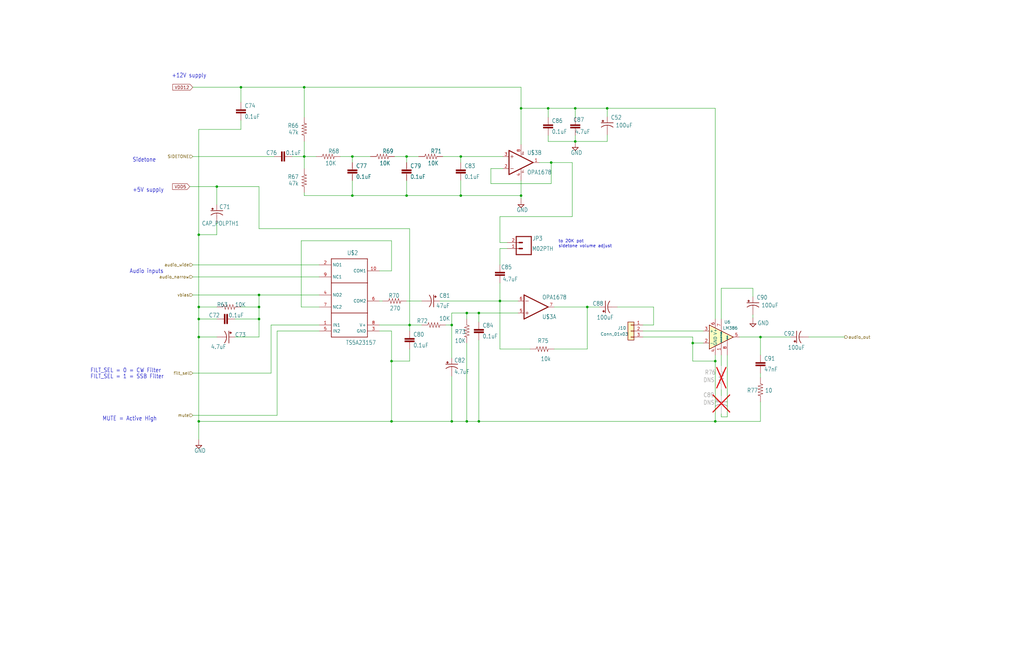
<source format=kicad_sch>
(kicad_sch (version 20230121) (generator eeschema)
  (paper "B")
  (lib_symbols
    (symbol "Amplifier_Audio:LM386" (pin_names (offset 0.127))
      (property "Reference" "U" (at 1.27 7.62 0))
      (property "Value" "LM386" (at 1.27 5.08 0))
      (symbol "LM386_0_1"
        (polyline (pts (xy 5.08 0) (xy -5.08 5.08) (xy -5.08 -5.08) (xy 5.08 0)) (stroke (width 0.254)) (fill (type background)))
      )
      (symbol "LM386_1_1"
        (pin input line (at 0 -7.62 90) (length 5.08) (name "GAIN") (number "1"))
        (pin input line (at -7.62 -2.54 0) (length 2.54) (name "-") (number "2"))
        (pin input line (at -7.62 2.54 0) (length 2.54) (name "+") (number "3"))
        (pin power_in line (at -2.54 -7.62 90) (length 3.81) (name "GND") (number "4"))
        (pin output line (at 7.62 0 180) (length 2.54) (name "~") (number "5"))
        (pin power_in line (at -2.54 7.62 270) (length 3.81) (name "V+") (number "6"))
        (pin input line (at 0 7.62 270) (length 5.08) (name "BYPASS") (number "7"))
        (pin input line (at 2.54 -7.62 90) (length 6.35) (name "GAIN") (number "8"))
      )
    )
    (symbol "Connector_Generic:Conn_01x03" (pin_names (offset 1.016) hide)
      (property "Reference" "J" (at 0 5.08 0))
      (property "Value" "Conn_01x03" (at 0 -5.08 0))
      (symbol "Conn_01x03_1_1"
        (rectangle (start -1.27 -2.413) (end 0 -2.667) (stroke (width 0.1524)))
        (rectangle (start -1.27 0.127) (end 0 -0.127) (stroke (width 0.1524)))
        (rectangle (start -1.27 2.667) (end 0 2.413) (stroke (width 0.1524)))
        (rectangle (start -1.27 3.81) (end 1.27 -3.81) (stroke (width 0.254)) (fill (type background)))
        (pin passive line (at -5.08 2.54 0) (length 3.81) (name "Pin_1") (number "1"))
        (pin passive line (at -5.08 0 0) (length 3.81) (name "Pin_2") (number "2"))
        (pin passive line (at -5.08 -2.54 0) (length 3.81) (name "Pin_3") (number "3"))
      )
    )
    (symbol "LM4562_1"
      (property "Reference" "U$602" (at 2.54 3.175 0))
      (property "Value" "OPA1678" (at 2.54 -5.08 0))
      (symbol "LM4562_1_1_0"
        (polyline (pts (xy -5.08 -5.08) (xy 5.08 0)) (stroke (width 0.4064)))
        (polyline (pts (xy -5.08 5.08) (xy -5.08 -5.08)) (stroke (width 0.4064)))
        (polyline (pts (xy -4.445 -2.54) (xy -3.175 -2.54)) (stroke (width 0.1524)))
        (polyline (pts (xy -4.445 2.54) (xy -3.175 2.54)) (stroke (width 0.1524)))
        (polyline (pts (xy -3.81 3.175) (xy -3.81 1.905)) (stroke (width 0.1524)))
        (polyline (pts (xy 5.08 0) (xy -5.08 5.08)) (stroke (width 0.4064)))
        (pin input line (at -7.62 2.54 0) (length 2.54) (name "+IN") (number "5"))
        (pin input line (at -7.62 -2.54 0) (length 2.54) (name "-IN") (number "6"))
        (pin output line (at 7.62 0 180) (length 2.54) (name "OUT") (number "7"))
      )
      (symbol "LM4562_1_2_0"
        (polyline (pts (xy -5.08 -5.08) (xy 5.08 0)) (stroke (width 0.4064)))
        (polyline (pts (xy -5.08 5.08) (xy -5.08 -5.08)) (stroke (width 0.4064)))
        (polyline (pts (xy -4.445 -2.54) (xy -3.175 -2.54)) (stroke (width 0.1524)))
        (polyline (pts (xy -4.445 2.54) (xy -3.175 2.54)) (stroke (width 0.1524)))
        (polyline (pts (xy -3.81 3.175) (xy -3.81 1.905)) (stroke (width 0.1524)))
        (polyline (pts (xy 5.08 0) (xy -5.08 5.08)) (stroke (width 0.4064)))
        (text "V+" (at 1.27 3.175 900) (effects (font (size 0.8128 0.6908)) (justify left bottom)))
        (text "V-" (at 1.27 -4.445 900) (effects (font (size 0.8128 0.6908)) (justify left bottom)))
        (pin output line (at 7.62 0 180) (length 2.54) (name "OUT") (number "1"))
        (pin input line (at -7.62 -2.54 0) (length 2.54) (name "-IN") (number "2"))
        (pin input line (at -7.62 2.54 0) (length 2.54) (name "+IN") (number "3"))
        (pin input line (at 0 -7.62 90) (length 5.08) (name "V-") (number "4"))
        (pin input line (at 0 7.62 270) (length 5.08) (name "V+") (number "8"))
      )
    )
    (symbol "audioModule2-eagle-import:CAP0603-CAP"
      (property "Reference" "C" (at 1.524 2.921 0))
      (property "Value" "CAP0603-CAP" (at 1.524 -2.159 0))
      (symbol "CAP0603-CAP_1_0"
        (rectangle (start -2.032 0.508) (end 2.032 1.016) (fill (type outline)))
        (rectangle (start -2.032 1.524) (end 2.032 2.032) (fill (type outline)))
        (polyline (pts (xy 0 0) (xy 0 0.508)) (stroke (width 0.1524)))
        (polyline (pts (xy 0 2.54) (xy 0 2.032)) (stroke (width 0.1524)))
        (pin passive line (at 0 5.08 270) (length 2.54) (name "1") (number "1"))
        (pin passive line (at 0 -2.54 90) (length 2.54) (name "2") (number "2"))
      )
    )
    (symbol "audioModule2-eagle-import:CAP_POLPTH1"
      (property "Reference" "C" (at 1.016 0.635 0))
      (property "Value" "CAP_POLPTH1" (at 1.016 -4.191 0))
      (symbol "CAP_POLPTH1_1_0"
        (rectangle (start -2.253 0.668) (end -1.364 0.795) (fill (type outline)))
        (rectangle (start -1.872 0.287) (end -1.745 1.176) (fill (type outline)))
        (arc (start 0 -1.0161) (mid -1.3021 -1.2302) (end -2.4669 -1.8504) (stroke (width 0.254)))
        (polyline (pts (xy -2.54 0) (xy 2.54 0)) (stroke (width 0.254)))
        (polyline (pts (xy 0 -1.016) (xy 0 -2.54)) (stroke (width 0.1524)))
        (arc (start 2.4892 -1.8542) (mid 1.3158 -1.2195) (end 0 -1) (stroke (width 0.254)))
        (pin passive line (at 0 2.54 270) (length 2.54) (name "+") (number "1"))
        (pin passive line (at 0 -5.08 90) (length 2.54) (name "-") (number "2"))
      )
    )
    (symbol "audioModule2-eagle-import:GND" (power)
      (property "Value" "GND" (at -1.905 -3.175 0))
      (symbol "GND_1_0"
        (polyline (pts (xy -1.27 0) (xy 1.27 0)) (stroke (width 0.254)))
        (polyline (pts (xy 0 -1.27) (xy -1.27 0)) (stroke (width 0.254)))
        (polyline (pts (xy 1.27 0) (xy 0 -1.27)) (stroke (width 0.254)))
        (pin power_in line (at 0 2.54 270) (length 2.54) (name "GND") (number "1"))
      )
    )
    (symbol "audioModule2-eagle-import:LM4562"
      (property "Reference" "U$602" (at 2.54 3.175 0))
      (property "Value" "OPA1678" (at 2.54 -5.08 0))
      (symbol "LM4562_1_0"
        (polyline (pts (xy -5.08 -5.08) (xy 5.08 0)) (stroke (width 0.4064)))
        (polyline (pts (xy -5.08 5.08) (xy -5.08 -5.08)) (stroke (width 0.4064)))
        (polyline (pts (xy -4.445 -2.54) (xy -3.175 -2.54)) (stroke (width 0.1524)))
        (polyline (pts (xy -4.445 2.54) (xy -3.175 2.54)) (stroke (width 0.1524)))
        (polyline (pts (xy -3.81 3.175) (xy -3.81 1.905)) (stroke (width 0.1524)))
        (polyline (pts (xy 5.08 0) (xy -5.08 5.08)) (stroke (width 0.4064)))
        (pin input line (at -7.62 2.54 0) (length 2.54) (name "+IN") (number "5"))
        (pin input line (at -7.62 -2.54 0) (length 2.54) (name "-IN") (number "6"))
        (pin output line (at 7.62 0 180) (length 2.54) (name "OUT") (number "7"))
      )
      (symbol "LM4562_2_0"
        (polyline (pts (xy -5.08 -5.08) (xy 5.08 0)) (stroke (width 0.4064)))
        (polyline (pts (xy -5.08 5.08) (xy -5.08 -5.08)) (stroke (width 0.4064)))
        (polyline (pts (xy -4.445 -2.54) (xy -3.175 -2.54)) (stroke (width 0.1524)))
        (polyline (pts (xy -4.445 2.54) (xy -3.175 2.54)) (stroke (width 0.1524)))
        (polyline (pts (xy -3.81 3.175) (xy -3.81 1.905)) (stroke (width 0.1524)))
        (polyline (pts (xy 5.08 0) (xy -5.08 5.08)) (stroke (width 0.4064)))
        (text "V+" (at 1.27 3.175 900) (effects (font (size 0.8128 0.6908)) (justify left bottom)))
        (text "V-" (at 1.27 -4.445 900) (effects (font (size 0.8128 0.6908)) (justify left bottom)))
        (pin output line (at 7.62 0 180) (length 2.54) (name "OUT") (number "1"))
        (pin input line (at -7.62 -2.54 0) (length 2.54) (name "-IN") (number "2"))
        (pin input line (at -7.62 2.54 0) (length 2.54) (name "+IN") (number "3"))
        (pin input line (at 0 -7.62 90) (length 5.08) (name "V-") (number "4"))
        (pin input line (at 0 7.62 270) (length 5.08) (name "V+") (number "8"))
      )
    )
    (symbol "audioModule2-eagle-import:RESISTOR0603-RES"
      (property "Reference" "R" (at -3.81 1.4986 0))
      (property "Value" "RESISTOR0603-RES" (at -3.81 -3.302 0))
      (symbol "RESISTOR0603-RES_1_0"
        (polyline (pts (xy -2.54 0) (xy -2.159 1.016)) (stroke (width 0.1524)))
        (polyline (pts (xy -2.159 1.016) (xy -1.524 -1.016)) (stroke (width 0.1524)))
        (polyline (pts (xy -1.524 -1.016) (xy -0.889 1.016)) (stroke (width 0.1524)))
        (polyline (pts (xy -0.889 1.016) (xy -0.254 -1.016)) (stroke (width 0.1524)))
        (polyline (pts (xy -0.254 -1.016) (xy 0.381 1.016)) (stroke (width 0.1524)))
        (polyline (pts (xy 0.381 1.016) (xy 1.016 -1.016)) (stroke (width 0.1524)))
        (polyline (pts (xy 1.016 -1.016) (xy 1.651 1.016)) (stroke (width 0.1524)))
        (polyline (pts (xy 1.651 1.016) (xy 2.286 -1.016)) (stroke (width 0.1524)))
        (polyline (pts (xy 2.286 -1.016) (xy 2.54 0)) (stroke (width 0.1524)))
        (pin passive line (at -5.08 0 0) (length 2.54) (name "1") (number "1"))
        (pin passive line (at 5.08 0 180) (length 2.54) (name "2") (number "2"))
      )
    )
    (symbol "audioModule2-eagle-import:TS5A23157"
      (property "Reference" "U$2" (at 6.604 34.544 0))
      (property "Value" "TS5A23157" (at 6.096 -3.302 0))
      (symbol "TS5A23157_1_0"
        (polyline (pts (xy 0 0) (xy 15.24 0)) (stroke (width 0.254)))
        (polyline (pts (xy 0 10.16) (xy 0 0)) (stroke (width 0.254)))
        (polyline (pts (xy 0 10.16) (xy 15.24 10.16)) (stroke (width 0.254)))
        (polyline (pts (xy 0 22.86) (xy 0 10.16)) (stroke (width 0.254)))
        (polyline (pts (xy 0 22.86) (xy 15.24 22.86)) (stroke (width 0.254)))
        (polyline (pts (xy 0 33.02) (xy 0 22.86)) (stroke (width 0.254)))
        (polyline (pts (xy 15.24 0) (xy 15.24 10.16)) (stroke (width 0.254)))
        (polyline (pts (xy 15.24 10.16) (xy 15.24 22.86)) (stroke (width 0.254)))
        (polyline (pts (xy 15.24 22.86) (xy 15.24 33.02)) (stroke (width 0.254)))
        (polyline (pts (xy 15.24 33.02) (xy 0 33.02)) (stroke (width 0.254)))
        (pin input line (at -5.08 5.08 0) (length 5.08) (name "IN1") (number "1"))
        (pin bidirectional line (at 20.32 27.94 180) (length 5.08) (name "COM1") (number "10"))
        (pin bidirectional line (at -5.08 30.48 0) (length 5.08) (name "NO1") (number "2"))
        (pin power_in line (at 20.32 2.54 180) (length 5.08) (name "GND") (number "3"))
        (pin bidirectional line (at -5.08 17.78 0) (length 5.08) (name "NO2") (number "4"))
        (pin input line (at -5.08 2.54 0) (length 5.08) (name "IN2") (number "5"))
        (pin bidirectional line (at 20.32 15.24 180) (length 5.08) (name "COM2") (number "6"))
        (pin bidirectional line (at -5.08 12.7 0) (length 5.08) (name "NC2") (number "7"))
        (pin power_in line (at 20.32 5.08 180) (length 5.08) (name "V+") (number "8"))
        (pin bidirectional line (at -5.08 25.4 0) (length 5.08) (name "NC1") (number "9"))
      )
    )
    (symbol "powerAmp_RevB-eagle-import:M02PTH"
      (property "Reference" "JP" (at -2.54 5.842 0))
      (property "Value" "M02PTH" (at -2.54 -5.08 0))
      (symbol "M02PTH_1_0"
        (polyline (pts (xy -2.54 5.08) (xy -2.54 -2.54)) (stroke (width 0.4064)))
        (polyline (pts (xy -2.54 5.08) (xy 3.81 5.08)) (stroke (width 0.4064)))
        (polyline (pts (xy 1.27 0) (xy 2.54 0)) (stroke (width 0.6096)))
        (polyline (pts (xy 1.27 2.54) (xy 2.54 2.54)) (stroke (width 0.6096)))
        (polyline (pts (xy 3.81 -2.54) (xy -2.54 -2.54)) (stroke (width 0.4064)))
        (polyline (pts (xy 3.81 -2.54) (xy 3.81 5.08)) (stroke (width 0.4064)))
        (pin passive line (at 7.62 0 180) (length 5.08) (name "1") (number "1"))
        (pin passive line (at 7.62 2.54 180) (length 5.08) (name "2") (number "2"))
      )
    )
  )
  (junction (at 190.5 137.16))
  (junction (at 171.45 82.55))
  (junction (at 301.625 177.8))
  (junction (at 165.1 177.8))
  (junction (at 219.71 45.72))
  (junction (at 83.82 177.8))
  (junction (at 83.82 134.62))
  (junction (at 171.45 66.04))
  (junction (at 210.82 127))
  (junction (at 201.93 132.08))
  (junction (at 292.1 144.78))
  (junction (at 172.72 137.16))
  (junction (at 231.14 45.72))
  (junction (at 109.22 124.46))
  (junction (at 196.85 177.8))
  (junction (at 247.65 129.54))
  (junction (at 83.82 129.54))
  (junction (at 242.57 59.69))
  (junction (at 242.57 45.72))
  (junction (at 128.27 66.04))
  (junction (at 190.5 177.8))
  (junction (at 194.31 82.55))
  (junction (at 320.675 142.24))
  (junction (at 83.82 142.24))
  (junction (at 91.44 78.74))
  (junction (at 148.59 66.04))
  (junction (at 232.41 68.58))
  (junction (at 109.22 134.62))
  (junction (at 109.22 129.54))
  (junction (at 194.31 66.04))
  (junction (at 165.1 152.4))
  (junction (at 101.6 36.83))
  (junction (at 256.032 45.72))
  (junction (at 301.625 152.4))
  (junction (at 219.71 82.55))
  (junction (at 196.85 132.08))
  (junction (at 148.59 82.55))
  (junction (at 201.93 177.8))
  (junction (at 128.27 36.83))
  (junction (at 83.82 99.06))
  (wire (pts (xy 275.59 129.54) (xy 275.59 137.16)))
  (wire (pts (xy 81.28 111.76) (xy 134.62 111.76)))
  (wire (pts (xy 81.28 124.46) (xy 109.22 124.46)))
  (wire (pts (xy 83.82 134.62) (xy 83.82 142.24)))
  (wire (pts (xy 116.84 139.7) (xy 134.62 139.7)))
  (wire (pts (xy 231.14 45.72) (xy 219.71 45.72)))
  (wire (pts (xy 114.3 157.48) (xy 114.3 137.16)))
  (wire (pts (xy 81.28 157.48) (xy 114.3 157.48)))
  (wire (pts (xy 80.01 78.74) (xy 91.44 78.74)))
  (wire (pts (xy 233.68 129.54) (xy 247.65 129.54)))
  (wire (pts (xy 256.032 59.69) (xy 242.57 59.69)))
  (wire (pts (xy 275.59 137.16) (xy 271.145 137.16)))
  (wire (pts (xy 114.3 137.16) (xy 134.62 137.16)))
  (wire (pts (xy 185.42 127) (xy 210.82 127)))
  (wire (pts (xy 116.84 139.7) (xy 116.84 175.26)))
  (wire (pts (xy 190.5 137.16) (xy 190.5 132.08)))
  (wire (pts (xy 83.82 129.54) (xy 83.82 134.62)))
  (wire (pts (xy 260.35 129.54) (xy 275.59 129.54)))
  (wire (pts (xy 148.59 76.2) (xy 148.59 82.55)))
  (wire (pts (xy 190.5 158.75) (xy 190.5 177.8)))
  (wire (pts (xy 109.22 96.52) (xy 172.72 96.52)))
  (wire (pts (xy 148.59 66.04) (xy 148.59 68.58)))
  (wire (pts (xy 317.5 125.222) (xy 317.5 121.666)))
  (wire (pts (xy 187.96 137.16) (xy 190.5 137.16)))
  (wire (pts (xy 128.27 66.04) (xy 128.27 71.12)))
  (wire (pts (xy 196.85 132.08) (xy 201.93 132.08)))
  (wire (pts (xy 83.82 99.06) (xy 83.82 129.54)))
  (wire (pts (xy 190.5 177.8) (xy 196.85 177.8)))
  (wire (pts (xy 233.68 147.32) (xy 247.65 147.32)))
  (wire (pts (xy 91.44 86.36) (xy 91.44 78.74)))
  (wire (pts (xy 160.02 139.7) (xy 165.1 139.7)))
  (wire (pts (xy 242.57 45.72) (xy 231.14 45.72)))
  (wire (pts (xy 304.165 149.86) (xy 304.165 154.305)))
  (wire (pts (xy 301.625 149.86) (xy 301.625 152.4)))
  (wire (pts (xy 219.71 45.72) (xy 219.71 36.83)))
  (wire (pts (xy 128.27 36.83) (xy 219.71 36.83)))
  (wire (pts (xy 172.72 152.4) (xy 165.1 152.4)))
  (wire (pts (xy 83.82 142.24) (xy 91.44 142.24)))
  (wire (pts (xy 256.032 56.896) (xy 256.032 59.69)))
  (wire (pts (xy 210.82 102.362) (xy 213.868 102.362)))
  (wire (pts (xy 231.14 57.15) (xy 231.14 59.69)))
  (wire (pts (xy 165.1 152.4) (xy 165.1 177.8)))
  (wire (pts (xy 172.72 137.16) (xy 177.8 137.16)))
  (wire (pts (xy 128.27 81.28) (xy 128.27 82.55)))
  (wire (pts (xy 301.625 152.4) (xy 301.625 177.8)))
  (wire (pts (xy 210.82 91.44) (xy 210.82 102.362)))
  (wire (pts (xy 301.625 45.72) (xy 256.032 45.72)))
  (wire (pts (xy 91.44 78.74) (xy 109.22 78.74)))
  (wire (pts (xy 194.31 66.04) (xy 212.09 66.04)))
  (wire (pts (xy 127 129.54) (xy 134.62 129.54)))
  (wire (pts (xy 247.65 129.54) (xy 252.73 129.54)))
  (wire (pts (xy 210.82 91.44) (xy 241.3 91.44)))
  (wire (pts (xy 304.165 175.895) (xy 306.705 175.895)))
  (wire (pts (xy 134.62 124.46) (xy 109.22 124.46)))
  (wire (pts (xy 165.1 177.8) (xy 190.5 177.8)))
  (wire (pts (xy 128.27 66.04) (xy 133.35 66.04)))
  (wire (pts (xy 101.6 43.18) (xy 101.6 36.83)))
  (wire (pts (xy 123.19 66.04) (xy 128.27 66.04)))
  (wire (pts (xy 172.72 139.7) (xy 172.72 137.16)))
  (wire (pts (xy 196.85 177.8) (xy 201.93 177.8)))
  (wire (pts (xy 128.27 59.69) (xy 128.27 66.04)))
  (wire (pts (xy 304.165 121.666) (xy 317.5 121.666)))
  (wire (pts (xy 81.28 36.83) (xy 101.6 36.83)))
  (wire (pts (xy 301.625 134.62) (xy 301.625 45.72)))
  (wire (pts (xy 194.31 66.04) (xy 194.31 68.58)))
  (wire (pts (xy 292.1 142.24) (xy 292.1 144.78)))
  (wire (pts (xy 101.6 54.61) (xy 83.82 54.61)))
  (wire (pts (xy 196.85 132.08) (xy 196.85 134.62)))
  (wire (pts (xy 271.145 142.24) (xy 292.1 142.24)))
  (wire (pts (xy 311.785 142.24) (xy 320.675 142.24)))
  (wire (pts (xy 165.1 114.3) (xy 165.1 101.6)))
  (wire (pts (xy 212.09 71.12) (xy 207.01 71.12)))
  (wire (pts (xy 109.22 134.62) (xy 109.22 142.24)))
  (wire (pts (xy 219.71 76.2) (xy 219.71 82.55)))
  (wire (pts (xy 81.28 66.04) (xy 115.57 66.04)))
  (wire (pts (xy 165.1 139.7) (xy 165.1 152.4)))
  (wire (pts (xy 223.52 147.32) (xy 210.82 147.32)))
  (wire (pts (xy 247.65 129.54) (xy 247.65 147.32)))
  (wire (pts (xy 109.22 78.74) (xy 109.22 96.52)))
  (wire (pts (xy 171.45 127) (xy 177.8 127)))
  (wire (pts (xy 296.545 144.78) (xy 292.1 144.78)))
  (wire (pts (xy 148.59 66.04) (xy 156.21 66.04)))
  (wire (pts (xy 304.165 174.625) (xy 304.165 175.895)))
  (wire (pts (xy 160.02 114.3) (xy 165.1 114.3)))
  (wire (pts (xy 201.93 132.08) (xy 201.93 135.89)))
  (wire (pts (xy 171.45 66.04) (xy 171.45 68.58)))
  (wire (pts (xy 241.3 91.44) (xy 241.3 68.58)))
  (wire (pts (xy 171.45 76.2) (xy 171.45 82.55)))
  (wire (pts (xy 148.59 82.55) (xy 171.45 82.55)))
  (wire (pts (xy 194.31 82.55) (xy 219.71 82.55)))
  (wire (pts (xy 320.675 142.24) (xy 320.675 149.86)))
  (wire (pts (xy 81.28 116.84) (xy 134.62 116.84)))
  (wire (pts (xy 91.44 129.54) (xy 83.82 129.54)))
  (wire (pts (xy 81.28 175.26) (xy 116.84 175.26)))
  (wire (pts (xy 207.01 77.47) (xy 232.41 77.47)))
  (wire (pts (xy 91.44 134.62) (xy 83.82 134.62)))
  (wire (pts (xy 232.41 77.47) (xy 232.41 68.58)))
  (wire (pts (xy 109.22 129.54) (xy 109.22 124.46)))
  (wire (pts (xy 172.72 137.16) (xy 160.02 137.16)))
  (wire (pts (xy 190.5 132.08) (xy 196.85 132.08)))
  (wire (pts (xy 320.675 177.8) (xy 301.625 177.8)))
  (wire (pts (xy 190.5 151.13) (xy 190.5 137.16)))
  (wire (pts (xy 101.6 36.83) (xy 128.27 36.83)))
  (wire (pts (xy 101.6 129.54) (xy 109.22 129.54)))
  (wire (pts (xy 186.69 66.04) (xy 194.31 66.04)))
  (wire (pts (xy 231.14 59.69) (xy 242.57 59.69)))
  (wire (pts (xy 83.82 142.24) (xy 83.82 177.8)))
  (wire (pts (xy 242.57 49.53) (xy 242.57 45.72)))
  (wire (pts (xy 317.5 132.842) (xy 317.5 134.112)))
  (wire (pts (xy 165.1 101.6) (xy 127 101.6)))
  (wire (pts (xy 210.82 127) (xy 218.44 127)))
  (wire (pts (xy 241.3 68.58) (xy 232.41 68.58)))
  (wire (pts (xy 210.82 127) (xy 210.82 147.32)))
  (wire (pts (xy 201.93 177.8) (xy 301.625 177.8)))
  (wire (pts (xy 219.71 82.55) (xy 219.71 83.82)))
  (wire (pts (xy 109.22 134.62) (xy 109.22 129.54)))
  (wire (pts (xy 128.27 36.83) (xy 128.27 49.53)))
  (wire (pts (xy 128.27 82.55) (xy 148.59 82.55)))
  (wire (pts (xy 232.41 68.58) (xy 227.33 68.58)))
  (wire (pts (xy 143.51 66.04) (xy 148.59 66.04)))
  (wire (pts (xy 91.44 93.98) (xy 91.44 99.06)))
  (wire (pts (xy 83.82 177.8) (xy 83.82 185.42)))
  (wire (pts (xy 166.37 66.04) (xy 171.45 66.04)))
  (wire (pts (xy 196.85 144.78) (xy 196.85 177.8)))
  (wire (pts (xy 99.06 134.62) (xy 109.22 134.62)))
  (wire (pts (xy 256.032 45.72) (xy 256.032 49.276)))
  (wire (pts (xy 219.71 60.96) (xy 219.71 45.72)))
  (wire (pts (xy 304.165 121.666) (xy 304.165 134.62)))
  (wire (pts (xy 306.705 175.895) (xy 306.705 149.86)))
  (wire (pts (xy 292.1 144.78) (xy 292.1 152.4)))
  (wire (pts (xy 83.82 177.8) (xy 165.1 177.8)))
  (wire (pts (xy 127 101.6) (xy 127 129.54)))
  (wire (pts (xy 99.06 142.24) (xy 109.22 142.24)))
  (wire (pts (xy 210.82 119.38) (xy 210.82 127)))
  (wire (pts (xy 171.45 66.04) (xy 176.53 66.04)))
  (wire (pts (xy 210.82 104.902) (xy 210.82 111.76)))
  (wire (pts (xy 292.1 152.4) (xy 301.625 152.4)))
  (wire (pts (xy 207.01 71.12) (xy 207.01 77.47)))
  (wire (pts (xy 201.93 132.08) (xy 218.44 132.08)))
  (wire (pts (xy 210.82 104.902) (xy 213.868 104.902)))
  (wire (pts (xy 171.45 82.55) (xy 194.31 82.55)))
  (wire (pts (xy 160.02 127) (xy 161.29 127)))
  (wire (pts (xy 340.995 142.24) (xy 356.235 142.24)))
  (wire (pts (xy 201.93 143.51) (xy 201.93 177.8)))
  (wire (pts (xy 320.675 157.48) (xy 320.675 159.385)))
  (wire (pts (xy 320.675 169.545) (xy 320.675 177.8)))
  (wire (pts (xy 194.31 76.2) (xy 194.31 82.55)))
  (wire (pts (xy 304.165 164.465) (xy 304.165 167.005)))
  (wire (pts (xy 172.72 147.32) (xy 172.72 152.4)))
  (wire (pts (xy 320.675 142.24) (xy 333.375 142.24)))
  (wire (pts (xy 242.57 57.15) (xy 242.57 59.69)))
  (wire (pts (xy 256.032 45.72) (xy 242.57 45.72)))
  (wire (pts (xy 101.6 50.8) (xy 101.6 54.61)))
  (wire (pts (xy 83.82 54.61) (xy 83.82 99.06)))
  (wire (pts (xy 231.14 49.53) (xy 231.14 45.72)))
  (wire (pts (xy 172.72 96.52) (xy 172.72 137.16)))
  (wire (pts (xy 271.145 139.7) (xy 296.545 139.7)))
  (wire (pts (xy 91.44 99.06) (xy 83.82 99.06)))
  (text "Sidetone" (at 55.88 68.58 0) (effects (font (size 1.778 1.5113)) (justify left bottom)))
  (text "+5V supply" (at 55.88 81.28 0) (effects (font (size 1.778 1.5113)) (justify left bottom)))
  (text "to 20K pot\nsidetone volume adjust" (at 235.458 104.648 0) (effects (font (size 1.27 1.27)) (justify left bottom)))
  (text "Audio inputs" (at 54.61 115.57 0) (effects (font (size 1.778 1.5113)) (justify left bottom)))
  (text "MUTE = Active High" (at 43.18 177.8 0) (effects (font (size 1.778 1.5113)) (justify left bottom)))
  (text "FILT_SEL = 0 = CW Filter" (at 38.1 157.48 0) (effects (font (size 1.778 1.5113)) (justify left bottom)))
  (text "+12V supply" (at 72.39 33.02 0) (effects (font (size 1.778 1.5113)) (justify left bottom)))
  (text "FILT_SEL = 1 = SSB Filter" (at 38.1 160.02 0) (effects (font (size 1.778 1.5113)) (justify left bottom)))
  (global_label "VDD12" (shape input) (at 81.28 36.83 180) (property "Intersheetrefs" "${INTERSHEET_REFS}" (at 72.7887 36.83 0) (effects (justify right))))
  (global_label "VDD5" (shape input) (at 80.01 78.74 180) (property "Intersheetrefs" "${INTERSHEET_REFS}" (at 72.5076 78.74 0) (effects (justify right))))
  (hierarchical_label "audio_narrow" (shape input) (at 81.28 116.84 180))
  (hierarchical_label "vbias" (shape input) (at 81.28 124.46 180))
  (hierarchical_label "SIDETONE" (shape input) (at 81.28 66.04 180))
  (hierarchical_label "audio_wide" (shape input) (at 81.28 111.76 180))
  (hierarchical_label "mute" (shape input) (at 81.28 175.26 180))
  (hierarchical_label "audio_out" (shape output) (at 356.235 142.24 0))
  (hierarchical_label "filt_sel" (shape input) (at 81.28 157.48 180))
  (symbol (lib_id "audioModule2-eagle-import:CAP_POLPTH1") (at 96.52 142.24 270) (unit 1)
    (property "Reference" "C73" (at 99.06 142.24 90) (effects (font (size 1.778 1.5113)) (justify left bottom)))
    (property "Value" "4.7uF" (at 88.9 147.32 90) (effects (font (size 1.778 1.5113)) (justify left bottom)))
    (property "Footprint" "Capacitor_THT:CP_Radial_D6.3mm_P2.50mm" (effects hide))
    (instances (project "fieldRadio_1.2" (path "" (reference "C73") (unit 1))) (project "" (path "" (reference "C3") (unit 1))))
  )
  (symbol (lib_id "audioModule2-eagle-import:RESISTOR0603-RES") (at 161.29 66.04 0) (unit 1)
    (property "Reference" "R69" (at 161.29 64.77 0) (effects (font (size 1.778 1.5113)) (justify left bottom)))
    (property "Value" "10K" (at 160.02 69.85 0) (effects (font (size 1.778 1.5113)) (justify left bottom)))
    (property "Footprint" "Resistor_SMD:R_0603_1608Metric_Pad0.98x0.95mm_HandSolder" (effects hide))
    (instances (project "fieldRadio_1.2" (path "" (reference "R69") (unit 1))) (project "" (path "" (reference "R9") (unit 1))))
  )
  (symbol (lib_id "audioModule2-eagle-import:CAP0603-CAP") (at 101.6 45.72 180) (unit 1)
    (property "Reference" "C74" (at 103.124 45.593 0) (effects (font (size 1.778 1.5113)) (justify right top)))
    (property "Value" "0.1uF" (at 103.124 50.165 0) (effects (font (size 1.778 1.5113)) (justify right top)))
    (property "Footprint" "Capacitor_SMD:C_0603_1608Metric_Pad1.08x0.95mm_HandSolder" (effects hide))
    (instances (project "fieldRadio_1.2" (path "" (reference "C74") (unit 1))) (project "" (path "" (reference "C4") (unit 1))))
  )
  (symbol (lib_id "audioModule2-eagle-import:CAP0603-CAP") (at 231.14 52.07 180) (unit 1)
    (property "Reference" "C86" (at 232.664 51.943 0) (effects (font (size 1.778 1.5113)) (justify right top)))
    (property "Value" "0.1uF" (at 232.664 56.515 0) (effects (font (size 1.778 1.5113)) (justify right top)))
    (property "Footprint" "Capacitor_SMD:C_0603_1608Metric_Pad1.08x0.95mm_HandSolder" (effects hide))
    (instances (project "fieldRadio_1.2" (path "" (reference "C86") (unit 1))) (project "" (path "" (reference "C18") (unit 1))))
  )
  (symbol (lib_id "audioModule2-eagle-import:GND") (at 219.71 86.36 0) (unit 1)
    (property "Reference" "#SUPPLY013" (effects hide))
    (property "Value" "GND" (at 217.805 89.535 0) (effects (font (size 1.778 1.5113)) (justify left bottom)))
    (property "Footprint" "audioModule2:" (effects hide))
    (instances (project "fieldRadio_1.2" (path "" (reference "#SUPPLY013") (unit 1))) (project "" (path "" (reference "#SUPPLY03") (unit 1))))
  )
  (symbol (lib_id "audioModule2-eagle-import:RESISTOR0603-RES") (at 181.61 66.04 0) (unit 1)
    (property "Reference" "R71" (at 181.61 64.77 0) (effects (font (size 1.778 1.5113)) (justify left bottom)))
    (property "Value" "10K" (at 180.34 69.85 0) (effects (font (size 1.778 1.5113)) (justify left bottom)))
    (property "Footprint" "Resistor_SMD:R_0603_1608Metric_Pad0.98x0.95mm_HandSolder" (effects hide))
    (instances (project "fieldRadio_1.2" (path "" (reference "R71") (unit 1))) (project "" (path "" (reference "R11") (unit 1))))
  )
  (symbol (lib_id "powerAmp_RevB-eagle-import:M02PTH") (at 221.488 104.902 0) (mirror y) (unit 1)
    (property "Reference" "JP3" (at 228.854 101.6 0) (effects (font (size 1.778 1.5113)) (justify left bottom)))
    (property "Value" "M02PTH" (at 233.426 105.918 0) (effects (font (size 1.778 1.5113)) (justify left bottom)))
    (property "Footprint" "Connector_PinHeader_2.54mm:PinHeader_1x02_P2.54mm_Vertical" (effects hide))
  )
  (symbol (lib_id "Amplifier_Audio:LM386") (at 304.165 142.24 0) (unit 1)
    (property "Reference" "U6" (at 306.705 135.89 0))
    (property "Value" "LM386" (at 307.975 138.43 0))
    (property "Footprint" "Package_DIP:DIP-8_W10.16mm_LongPads" (effects hide))
    (property "Datasheet" "http://www.ti.com/lit/ds/symlink/lm386.pdf" (effects hide))
  )
  (symbol (lib_id "audioModule2-eagle-import:CAP_POLPTH1") (at 182.88 127 270) (unit 1)
    (property "Reference" "C81" (at 185.166 125.73 90) (effects (font (size 1.778 1.5113)) (justify left bottom)))
    (property "Value" "47uF" (at 183.896 130.048 90) (effects (font (size 1.778 1.5113)) (justify left bottom)))
    (property "Footprint" "Capacitor_THT:CP_Radial_D6.3mm_P2.50mm" (effects hide))
    (instances (project "fieldRadio_1.2" (path "" (reference "C81") (unit 1))) (project "" (path "" (reference "C8") (unit 1))))
  )
  (symbol (lib_id "audioModule2-eagle-import:GND") (at 242.57 62.23 0) (unit 1)
    (property "Reference" "#SUPPLY014" (effects hide))
    (property "Value" "GND" (at 240.665 65.405 0) (effects (font (size 1.778 1.5113)) (justify left bottom)))
    (property "Footprint" "audioModule2:" (effects hide))
    (instances (project "fieldRadio_1.2" (path "" (reference "#SUPPLY014") (unit 1))) (project "" (path "" (reference "#SUPPLY05") (unit 1))))
  )
  (symbol (lib_id "audioModule2-eagle-import:RESISTOR0603-RES") (at 304.165 159.385 270) (unit 1) (dnp yes)
    (property "Reference" "R76" (at 297.18 158.115 90) (effects (font (size 1.778 1.5113)) (justify left bottom)))
    (property "Value" "DNS" (at 296.545 161.29 90) (effects (font (size 1.778 1.5113)) (justify left bottom)))
    (property "Footprint" "Resistor_SMD:R_0603_1608Metric_Pad0.98x0.95mm_HandSolder" (effects hide))
  )
  (symbol (lib_id "audioModule2-eagle-import:CAP0603-CAP") (at 118.11 66.04 270) (unit 1)
    (property "Reference" "C76" (at 116.84 63.5 90) (effects (font (size 1.778 1.5113)) (justify right top)))
    (property "Value" "0.1uF" (at 127 63.5 90) (effects (font (size 1.778 1.5113)) (justify right top)))
    (property "Footprint" "Capacitor_SMD:C_0603_1608Metric_Pad1.08x0.95mm_HandSolder" (effects hide))
    (instances (project "fieldRadio_1.2" (path "" (reference "C76") (unit 1))) (project "" (path "" (reference "C6") (unit 1))))
  )
  (symbol (lib_name "LM4562_1") (lib_id "audioModule2-eagle-import:LM4562") (at 219.71 68.58 0) (unit 2)
    (property "Reference" "U$3" (at 222.25 65.405 0) (effects (font (size 1.778 1.5113)) (justify left bottom)))
    (property "Value" "OPA1678" (at 222.25 73.66 0) (effects (font (size 1.778 1.5113)) (justify left bottom)))
    (property "Footprint" "Package_SO:SOIC-8_3.9x4.9mm_P1.27mm" (effects hide))
    (instances (project "fieldRadio_1.2" (path "" (reference "U$3") (unit 2))) (project "" (path "" (reference "U$2") (unit 2))))
  )
  (symbol (lib_id "audioModule2-eagle-import:RESISTOR0603-RES") (at 182.88 137.16 0) (unit 1)
    (property "Reference" "R72" (at 175.768 136.398 0) (effects (font (size 1.778 1.5113)) (justify left bottom)))
    (property "Value" "10K" (at 185.166 135.382 0) (effects (font (size 1.778 1.5113)) (justify left bottom)))
    (property "Footprint" "Resistor_SMD:R_0603_1608Metric_Pad0.98x0.95mm_HandSolder" (effects hide))
    (instances (project "fieldRadio_1.2" (path "" (reference "R72") (unit 1))) (project "" (path "" (reference "R12") (unit 1))))
  )
  (symbol (lib_id "audioModule2-eagle-import:CAP0603-CAP") (at 194.31 71.12 180) (unit 1)
    (property "Reference" "C83" (at 195.834 70.993 0) (effects (font (size 1.778 1.5113)) (justify right top)))
    (property "Value" "0.1uF" (at 195.834 75.565 0) (effects (font (size 1.778 1.5113)) (justify right top)))
    (property "Footprint" "Capacitor_SMD:C_0603_1608Metric_Pad1.08x0.95mm_HandSolder" (effects hide))
    (instances (project "fieldRadio_1.2" (path "" (reference "C83") (unit 1))) (project "" (path "" (reference "C13") (unit 1))))
  )
  (symbol (lib_id "audioModule2-eagle-import:CAP_POLPTH1") (at 304.165 169.545 0) (unit 1) (dnp yes)
    (property "Reference" "C89" (at 296.545 167.64 0) (effects (font (size 1.778 1.5113)) (justify left bottom)))
    (property "Value" "DNS" (at 296.545 170.815 0) (effects (font (size 1.778 1.5113)) (justify left bottom)))
    (property "Footprint" "Capacitor_THT:CP_Radial_D6.3mm_P2.50mm" (effects hide))
  )
  (symbol (lib_id "audioModule2-eagle-import:RESISTOR0603-RES") (at 320.675 164.465 270) (unit 1)
    (property "Reference" "R77" (at 314.96 165.735 90) (effects (font (size 1.778 1.5113)) (justify left bottom)))
    (property "Value" "10" (at 322.58 165.735 90) (effects (font (size 1.778 1.5113)) (justify left bottom)))
    (property "Footprint" "Resistor_SMD:R_0603_1608Metric_Pad0.98x0.95mm_HandSolder" (effects hide))
  )
  (symbol (lib_id "audioModule2-eagle-import:CAP0603-CAP") (at 172.72 142.24 180) (unit 1)
    (property "Reference" "C80" (at 174.244 142.113 0) (effects (font (size 1.778 1.5113)) (justify right top)))
    (property "Value" "0.1uF" (at 174.244 146.685 0) (effects (font (size 1.778 1.5113)) (justify right top)))
    (property "Footprint" "Capacitor_SMD:C_0603_1608Metric_Pad1.08x0.95mm_HandSolder" (effects hide))
    (instances (project "fieldRadio_1.2" (path "" (reference "C80") (unit 1))) (project "" (path "" (reference "C11") (unit 1))))
  )
  (symbol (lib_id "audioModule2-eagle-import:CAP0603-CAP") (at 148.59 71.12 180) (unit 1)
    (property "Reference" "C77" (at 150.114 70.993 0) (effects (font (size 1.778 1.5113)) (justify right top)))
    (property "Value" "0.1uF" (at 150.114 75.565 0) (effects (font (size 1.778 1.5113)) (justify right top)))
    (property "Footprint" "Capacitor_SMD:C_0603_1608Metric_Pad1.08x0.95mm_HandSolder" (effects hide))
    (instances (project "fieldRadio_1.2" (path "" (reference "C77") (unit 1))) (project "" (path "" (reference "C7") (unit 1))))
  )
  (symbol (lib_id "audioModule2-eagle-import:CAP_POLPTH1") (at 317.5 127.762 0) (unit 1)
    (property "Reference" "C90" (at 319.024 126.492 0) (effects (font (size 1.778 1.5113)) (justify left bottom)))
    (property "Value" "100uF" (at 321.056 129.794 0) (effects (font (size 1.778 1.5113)) (justify left bottom)))
    (property "Footprint" "Capacitor_THT:CP_Radial_D6.3mm_P2.50mm" (effects hide))
  )
  (symbol (lib_id "audioModule2-eagle-import:RESISTOR0603-RES") (at 138.43 66.04 0) (unit 1)
    (property "Reference" "R68" (at 138.43 64.77 0) (effects (font (size 1.778 1.5113)) (justify left bottom)))
    (property "Value" "10K" (at 137.16 69.85 0) (effects (font (size 1.778 1.5113)) (justify left bottom)))
    (property "Footprint" "Resistor_SMD:R_0603_1608Metric_Pad0.98x0.95mm_HandSolder" (effects hide))
    (instances (project "fieldRadio_1.2" (path "" (reference "R68") (unit 1))) (project "" (path "" (reference "R7") (unit 1))))
  )
  (symbol (lib_id "audioModule2-eagle-import:RESISTOR0603-RES") (at 166.37 127 0) (unit 1)
    (property "Reference" "R70" (at 163.83 125.73 0) (effects (font (size 1.778 1.5113)) (justify left bottom)))
    (property "Value" "270" (at 164.338 131.064 0) (effects (font (size 1.778 1.5113)) (justify left bottom)))
    (property "Footprint" "Resistor_SMD:R_0603_1608Metric_Pad0.98x0.95mm_HandSolder" (effects hide))
    (instances (project "fieldRadio_1.2" (path "" (reference "R70") (unit 1))) (project "" (path "" (reference "R10") (unit 1))))
  )
  (symbol (lib_id "audioModule2-eagle-import:LM4562") (at 226.06 129.54 0) (mirror x) (unit 1)
    (property "Reference" "U$3" (at 228.6 132.715 0) (effects (font (size 1.778 1.5113)) (justify left bottom)))
    (property "Value" "OPA1678" (at 228.6 124.46 0) (effects (font (size 1.778 1.5113)) (justify left bottom)))
    (property "Footprint" "Package_SO:SOIC-8_3.9x4.9mm_P1.27mm" (effects hide))
    (instances (project "fieldRadio_1.2" (path "" (reference "U$3") (unit 1))) (project "" (path "" (reference "U$2") (unit 1))))
  )
  (symbol (lib_id "audioModule2-eagle-import:RESISTOR0603-RES") (at 228.6 147.32 0) (unit 1)
    (property "Reference" "R75" (at 226.695 144.78 0) (effects (font (size 1.778 1.5113)) (justify left bottom)))
    (property "Value" "10k" (at 227.965 152.4 0) (effects (font (size 1.778 1.5113)) (justify left bottom)))
    (property "Footprint" "Resistor_SMD:R_0603_1608Metric_Pad0.98x0.95mm_HandSolder" (effects hide))
    (instances (project "fieldRadio_1.2" (path "" (reference "R75") (unit 1))) (project "" (path "" (reference "R15") (unit 1))))
  )
  (symbol (lib_id "audioModule2-eagle-import:GND") (at 317.5 136.652 0) (unit 1)
    (property "Reference" "#SUPPLY015" (effects hide))
    (property "Value" "GND" (at 319.405 137.287 0) (effects (font (size 1.778 1.5113)) (justify left bottom)))
    (property "Footprint" "audioModule2:" (effects hide))
  )
  (symbol (lib_id "audioModule2-eagle-import:CAP0603-CAP") (at 210.82 116.84 0) (unit 1)
    (property "Reference" "C85" (at 215.9 111.76 0) (effects (font (size 1.778 1.5113)) (justify right top)))
    (property "Value" "4.7uF" (at 218.44 116.84 0) (effects (font (size 1.778 1.5113)) (justify right top)))
    (property "Footprint" "Capacitor_SMD:C_0603_1608Metric_Pad1.08x0.95mm_HandSolder" (effects hide))
    (instances (project "fieldRadio_1.2" (path "" (reference "C85") (unit 1))) (project "" (path "" (reference "C15") (unit 1))))
  )
  (symbol (lib_id "audioModule2-eagle-import:CAP0603-CAP") (at 201.93 138.43 180) (unit 1)
    (property "Reference" "C84" (at 203.454 138.303 0) (effects (font (size 1.778 1.5113)) (justify right top)))
    (property "Value" "0.1uF" (at 203.454 142.875 0) (effects (font (size 1.778 1.5113)) (justify right top)))
    (property "Footprint" "Capacitor_SMD:C_0603_1608Metric_Pad1.08x0.95mm_HandSolder" (effects hide))
    (instances (project "fieldRadio_1.2" (path "" (reference "C84") (unit 1))) (project "" (path "" (reference "C14") (unit 1))))
  )
  (symbol (lib_id "Connector_Generic:Conn_01x03") (at 266.065 139.7 0) (mirror y) (unit 1)
    (property "Reference" "J10" (at 262.255 138.43 0))
    (property "Value" "Conn_01x03" (at 259.08 140.97 0))
    (property "Footprint" "Connector_PinHeader_2.54mm:PinHeader_1x03_P2.54mm_Vertical" (effects hide))
  )
  (symbol (lib_id "audioModule2-eagle-import:CAP_POLPTH1") (at 256.032 51.816 0) (unit 1)
    (property "Reference" "C52" (at 257.556 50.546 0) (effects (font (size 1.778 1.5113)) (justify left bottom)))
    (property "Value" "100uF" (at 259.588 53.848 0) (effects (font (size 1.778 1.5113)) (justify left bottom)))
    (property "Footprint" "Capacitor_THT:CP_Radial_D6.3mm_P2.50mm" (effects hide))
  )
  (symbol (lib_id "audioModule2-eagle-import:RESISTOR0603-RES") (at 96.52 129.54 0) (unit 1)
    (property "Reference" "R63" (at 91.44 129.54 0) (effects (font (size 1.778 1.5113)) (justify left bottom)))
    (property "Value" "10K" (at 99.06 129.54 0) (effects (font (size 1.778 1.5113)) (justify left bottom)))
    (property "Footprint" "Resistor_SMD:R_0603_1608Metric_Pad0.98x0.95mm_HandSolder" (effects hide))
    (instances (project "fieldRadio_1.2" (path "" (reference "R63") (unit 1))) (project "" (path "" (reference "R1") (unit 1))))
  )
  (symbol (lib_id "audioModule2-eagle-import:CAP0603-CAP") (at 93.98 134.62 270) (unit 1)
    (property "Reference" "C72" (at 92.71 132.08 90) (effects (font (size 1.778 1.5113)) (justify right top)))
    (property "Value" "0.1uF" (at 102.87 132.08 90) (effects (font (size 1.778 1.5113)) (justify right top)))
    (property "Footprint" "Capacitor_SMD:C_0603_1608Metric_Pad1.08x0.95mm_HandSolder" (effects hide))
    (instances (project "fieldRadio_1.2" (path "" (reference "C72") (unit 1))) (project "" (path "" (reference "C2") (unit 1))))
  )
  (symbol (lib_id "audioModule2-eagle-import:RESISTOR0603-RES") (at 128.27 54.61 90) (unit 1)
    (property "Reference" "R66" (at 125.984 52.0446 90) (effects (font (size 1.778 1.5113)) (justify left bottom)))
    (property "Value" "47k" (at 125.984 54.864 90) (effects (font (size 1.778 1.5113)) (justify left bottom)))
    (property "Footprint" "Resistor_SMD:R_0603_1608Metric_Pad0.98x0.95mm_HandSolder" (effects hide))
    (instances (project "fieldRadio_1.2" (path "" (reference "R66") (unit 1))) (project "" (path "" (reference "R5") (unit 1))))
  )
  (symbol (lib_id "audioModule2-eagle-import:RESISTOR0603-RES") (at 196.85 139.7 270) (unit 1)
    (property "Reference" "R73" (at 191.77 140.97 90) (effects (font (size 1.778 1.5113)) (justify left bottom)))
    (property "Value" "10K" (at 191.77 144.78 90) (effects (font (size 1.778 1.5113)) (justify left bottom)))
    (property "Footprint" "Resistor_SMD:R_0603_1608Metric_Pad0.98x0.95mm_HandSolder" (effects hide))
    (instances (project "fieldRadio_1.2" (path "" (reference "R73") (unit 1))) (project "" (path "" (reference "R13") (unit 1))))
  )
  (symbol (lib_id "audioModule2-eagle-import:CAP_POLPTH1") (at 91.44 88.9 0) (unit 1)
    (property "Reference" "C71" (at 92.456 88.265 0) (effects (font (size 1.778 1.5113)) (justify left bottom)))
    (property "Value" "CAP_POLPTH1" (at 85.09 95.25 0) (effects (font (size 1.778 1.5113)) (justify left bottom)))
    (property "Footprint" "Capacitor_THT:CP_Radial_D6.3mm_P2.50mm" (effects hide))
    (instances (project "fieldRadio_1.2" (path "" (reference "C71") (unit 1))) (project "" (path "" (reference "C1") (unit 1))))
  )
  (symbol (lib_id "audioModule2-eagle-import:RESISTOR0603-RES") (at 128.27 76.2 90) (unit 1)
    (property "Reference" "R67" (at 125.984 73.6346 90) (effects (font (size 1.778 1.5113)) (justify left bottom)))
    (property "Value" "47k" (at 125.984 76.454 90) (effects (font (size 1.778 1.5113)) (justify left bottom)))
    (property "Footprint" "Resistor_SMD:R_0603_1608Metric_Pad0.98x0.95mm_HandSolder" (effects hide))
    (instances (project "fieldRadio_1.2" (path "" (reference "R67") (unit 1))) (project "" (path "" (reference "R6") (unit 1))))
  )
  (symbol (lib_id "audioModule2-eagle-import:CAP0603-CAP") (at 171.45 71.12 180) (unit 1)
    (property "Reference" "C79" (at 172.974 70.993 0) (effects (font (size 1.778 1.5113)) (justify right top)))
    (property "Value" "0.1uF" (at 172.974 75.565 0) (effects (font (size 1.778 1.5113)) (justify right top)))
    (property "Footprint" "Capacitor_SMD:C_0603_1608Metric_Pad1.08x0.95mm_HandSolder" (effects hide))
    (instances (project "fieldRadio_1.2" (path "" (reference "C79") (unit 1))) (project "" (path "" (reference "C10") (unit 1))))
  )
  (symbol (lib_id "audioModule2-eagle-import:CAP0603-CAP") (at 320.675 152.4 180) (unit 1)
    (property "Reference" "C91" (at 322.199 152.273 0) (effects (font (size 1.778 1.5113)) (justify right top)))
    (property "Value" "47nF" (at 322.199 156.845 0) (effects (font (size 1.778 1.5113)) (justify right top)))
    (property "Footprint" "Capacitor_SMD:C_0603_1608Metric_Pad1.08x0.95mm_HandSolder" (effects hide))
  )
  (symbol (lib_id "audioModule2-eagle-import:CAP_POLPTH1") (at 190.5 153.67 0) (unit 1)
    (property "Reference" "C82" (at 191.516 153.035 0) (effects (font (size 1.778 1.5113)) (justify left bottom)))
    (property "Value" "4.7uF" (at 191.516 157.861 0) (effects (font (size 1.778 1.5113)) (justify left bottom)))
    (property "Footprint" "Capacitor_THT:CP_Radial_D6.3mm_P2.50mm" (effects hide))
    (instances (project "fieldRadio_1.2" (path "" (reference "C82") (unit 1))) (project "" (path "" (reference "C17") (unit 1))))
  )
  (symbol (lib_id "audioModule2-eagle-import:TS5A23157") (at 139.7 142.24 0) (unit 1)
    (property "Reference" "U$2" (at 146.304 107.696 0) (effects (font (size 1.778 1.5113)) (justify left bottom)))
    (property "Value" "TS5A23157" (at 145.796 145.542 0) (effects (font (size 1.778 1.5113)) (justify left bottom)))
    (property "Footprint" "Package_SO:VSSOP-10_3x3mm_P0.5mm" (effects hide))
    (instances (project "fieldRadio_1.2" (path "" (reference "U$2") (unit 1))) (project "" (path "" (reference "U$1") (unit 1))))
  )
  (symbol (lib_id "audioModule2-eagle-import:GND") (at 83.82 187.96 0) (unit 1)
    (property "Reference" "#SUPPLY011" (effects hide))
    (property "Value" "GND" (at 81.915 191.135 0) (effects (font (size 1.778 1.5113)) (justify left bottom)))
    (property "Footprint" "audioModule2:" (effects hide))
    (instances (project "fieldRadio_1.2" (path "" (reference "#SUPPLY011") (unit 1))) (project "" (path "" (reference "#SUPPLY01") (unit 1))))
  )
  (symbol (lib_id "audioModule2-eagle-import:CAP0603-CAP") (at 242.57 54.61 0) (unit 1)
    (property "Reference" "C87" (at 246.38 49.53 0) (effects (font (size 1.778 1.5113)) (justify right top)))
    (property "Value" "4.7uF" (at 248.92 54.61 0) (effects (font (size 1.778 1.5113)) (justify right top)))
    (property "Footprint" "Capacitor_SMD:C_0603_1608Metric_Pad1.08x0.95mm_HandSolder" (effects hide))
    (instances (project "fieldRadio_1.2" (path "" (reference "C87") (unit 1))) (project "" (path "" (reference "C19") (unit 1))))
  )
  (symbol (lib_id "audioModule2-eagle-import:CAP_POLPTH1") (at 335.915 142.24 90) (unit 1)
    (property "Reference" "C92" (at 335.153 139.827 90) (effects (font (size 1.778 1.5113)) (justify left bottom)))
    (property "Value" "100uF" (at 339.471 145.669 90) (effects (font (size 1.778 1.5113)) (justify left bottom)))
    (property "Footprint" "Capacitor_THT:CP_Radial_D6.3mm_P2.50mm" (effects hide))
  )
  (symbol (lib_id "audioModule2-eagle-import:CAP_POLPTH1") (at 255.27 129.54 90) (unit 1)
    (property "Reference" "C88" (at 254.508 127.127 90) (effects (font (size 1.778 1.5113)) (justify left bottom)))
    (property "Value" "100uF" (at 258.826 132.969 90) (effects (font (size 1.778 1.5113)) (justify left bottom)))
    (property "Footprint" "Capacitor_THT:CP_Radial_D6.3mm_P2.50mm" (effects hide))
    (instances (project "fieldRadio_1.2" (path "" (reference "C88") (unit 1))) (project "" (path "" (reference "C16") (unit 1))))
  )
)
</source>
